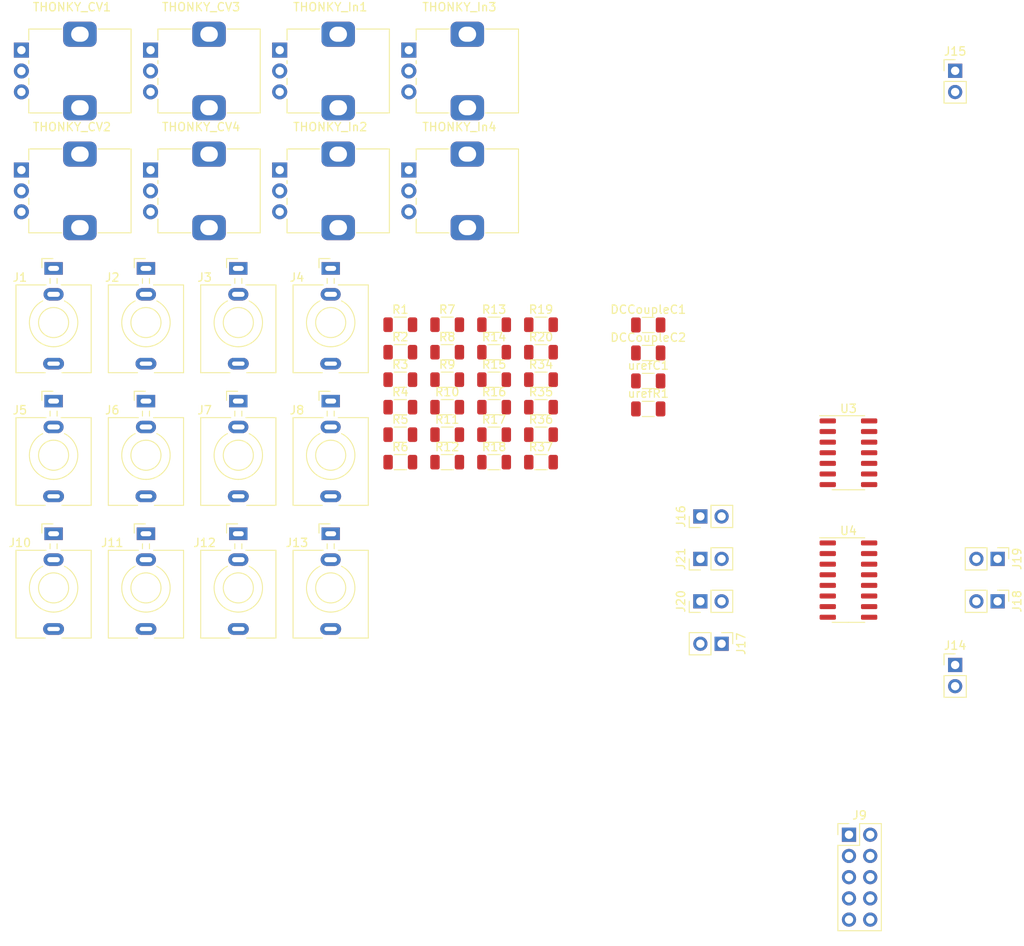
<source format=kicad_pcb>
(kicad_pcb (version 20221018) (generator pcbnew)
  (layers (0 "F.Cu" signal) (31 "B.Cu" signal) (34 "B.Paste" user) (35 "F.Paste" user) (36 "B.SilkS" user "B.Silkscreen") (37 "F.SilkS" user "F.Silkscreen") (38 "B.Mask" user) (39 "F.Mask" user) (44 "Edge.Cuts" user))
  (net 0 "")
  (net 1 "Net-(J18-Pin_2)")
  (net 2 "GND")
  (net 3 "Net-(J19-Pin_2)")
  (net 4 "Net-(J21-Pin_2)")
  (net 5 "Net-(J20-Pin_2)")
  (net 6 "Net-(J5-PadR)")
  (net 7 "Net-(J6-PadR)")
  (net 8 "Net-(J7-PadR)")
  (net 9 "Net-(J8-PadR)")
  (net 10 "Net-(J14-Pin_2)")
  (net 11 "Net-(J12-PadR)")
  (net 12 "Net-(J13-PadR)")
  (net 13 "Net-(U3B-+)")
  (net 14 "Net-(U3A-+)")
  (net 15 "Net-(U3D-+)")
  (net 16 "Net-(U3C-+)")
  (net 17 "Net-(U3C--)")
  (net 18 "Net-(U3D--)")
  (net 19 "Net-(U3B--)")
  (net 20 "Net-(U3A--)")
  (net 21 "Net-(R18-Pad1)")
  (net 22 "Net-(J18-Pin_1)")
  (net 23 "Net-(R17-Pad1)")
  (net 24 "Net-(J19-Pin_1)")
  (net 25 "Net-(R20-Pad1)")
  (net 26 "Net-(J21-Pin_1)")
  (net 27 "Net-(R19-Pad1)")
  (net 28 "Net-(J20-Pin_1)")
  (net 29 "Net-(R14-Pad1)")
  (net 30 "Net-(J14-Pin_1)")
  (net 31 "Net-(R13-Pad2)")
  (net 32 "Net-(R15-Pad1)")
  (net 33 "Net-(J15-Pin_1)")
  (net 34 "Net-(R16-Pad2)")
  (net 35 "Net-(R9-Pad1)")
  (net 36 "Net-(J16-Pin_1)")
  (net 37 "Net-(R8-Pad2)")
  (net 38 "Net-(R12-Pad1)")
  (net 39 "Net-(J17-Pin_2)")
  (net 40 "Net-(R11-Pad2)")
  (net 41 "+12V")
  (net 42 "-12V")
  (net 43 "Net-(J16-Pin_2)")
  (net 44 "Net-(J17-Pin_1)")
  (net 45 "Net-(U4-O5)")
  (net 46 "Net-(U4-O0)")
  (net 47 "Net-(U4-A0)")
  (net 48 "Net-(urefC1-Pad2)")
  (net 49 "Net-(J15-Pin_2)")
  (footprint "AudioJacks:Jack_3.5mm_QingPu_WQP-PJ398SM_Vertical" (layer "F.Cu") (at 57.308 72.554)
    (fp_text reference "J5" (at -4.03 1.08 180) (layer "F.SilkS"))
    (fp_text value "Out3")
    (pad "S" thru_hole rect (at 0 0 180) (size 2.2 1.5) (drill oval 1.3 0.6) (layers "*.Cu" "*.Mask") (net 2 "GND"))
    (pad "T" thru_hole oval (at 0 11.4 180) (size 2.5 1.4) (drill oval 1.5 0.5) (layers "*.Cu" "*.Mask") (net 6 "Net-(J5-PadR)"))
    (pad "TN" thru_hole oval (at 0 3.1 180) (size 2.4 1.5) (drill oval 1.5 0.6) (layers "*.Cu" "*.Mask"))
  )
  (footprint "Connector_PinHeader_2.54mm:PinHeader_1x02_P2.54mm_Vertical" (layer "F.Cu") (at 134.685 96.52 90)
    (fp_text reference "J20" (at 0 -2.33 90) (layer "F.SilkS"))
    (fp_text value "Conn_01x02")
    (pad "1" thru_hole rect (at 0 0 90) (size 1.7 1.7) (drill 1) (layers "*.Cu" "*.Mask") (net 28 "Net-(J20-Pin_1)"))
    (pad "2" thru_hole oval (at 0 2.54 90) (size 1.7 1.7) (drill 1) (layers "*.Cu" "*.Mask") (net 5 "Net-(J20-Pin_2)"))
  )
  (footprint "Connector_PinHeader_2.54mm:PinHeader_2x05_P2.54mm_Vertical" (layer "F.Cu") (at 152.465 124.46)
    (fp_text reference "J9" (at 1.27 -2.33) (layer "F.SilkS"))
    (fp_text value "Conn_02x05_Counter_Clockwise")
    (pad "1" thru_hole rect (at 0 0) (size 1.7 1.7) (drill 1) (layers "*.Cu" "*.Mask") (net 41 "+12V"))
    (pad "2" thru_hole oval (at 2.54 0) (size 1.7 1.7) (drill 1) (layers "*.Cu" "*.Mask") (net 2 "GND"))
    (pad "3" thru_hole oval (at 0 2.54) (size 1.7 1.7) (drill 1) (layers "*.Cu" "*.Mask") (net 2 "GND"))
    (pad "4" thru_hole oval (at 2.54 2.54) (size 1.7 1.7) (drill 1) (layers "*.Cu" "*.Mask") (net 2 "GND"))
    (pad "5" thru_hole oval (at 0 5.08) (size 1.7 1.7) (drill 1) (layers "*.Cu" "*.Mask") (net 42 "-12V"))
    (pad "6" thru_hole oval (at 2.54 5.08) (size 1.7 1.7) (drill 1) (layers "*.Cu" "*.Mask") (net 42 "-12V"))
    (pad "7" thru_hole oval (at 0 7.62) (size 1.7 1.7) (drill 1) (layers "*.Cu" "*.Mask") (net 2 "GND"))
    (pad "8" thru_hole oval (at 2.54 7.62) (size 1.7 1.7) (drill 1) (layers "*.Cu" "*.Mask") (net 2 "GND"))
    (pad "9" thru_hole oval (at 0 10.16) (size 1.7 1.7) (drill 1) (layers "*.Cu" "*.Mask") (net 2 "GND"))
    (pad "10" thru_hole oval (at 2.54 10.16) (size 1.7 1.7) (drill 1) (layers "*.Cu" "*.Mask") (net 41 "+12V"))
  )
  (footprint "Connector_PinHeader_2.54mm:PinHeader_1x02_P2.54mm_Vertical" (layer "F.Cu") (at 170.245 91.44 -90)
    (fp_text reference "J19" (at 0 -2.33 90) (layer "F.SilkS"))
    (fp_text value "Conn_01x02")
    (pad "1" thru_hole rect (at 0 0 270) (size 1.7 1.7) (drill 1) (layers "*.Cu" "*.Mask") (net 24 "Net-(J19-Pin_1)"))
    (pad "2" thru_hole oval (at 0 2.54 270) (size 1.7 1.7) (drill 1) (layers "*.Cu" "*.Mask") (net 3 "Net-(J19-Pin_2)"))
  )
  (footprint "Capacitor_SMD:C_1206_3216Metric" (layer "F.Cu") (at 128.448 70.144)
    (fp_text reference "urefC1" (at 0 -1.85) (layer "F.SilkS"))
    (fp_text value "5nF")
    (pad "1" smd roundrect (at -1.475 0) (size 1.15 1.8) (layers "F.Cu" "F.Paste" "F.Mask") (roundrect_rratio 0.217391) (net 2 "GND"))
    (pad "2" smd roundrect (at 1.475 0) (size 1.15 1.8) (layers "F.Cu" "F.Paste" "F.Mask") (roundrect_rratio 0.217391) (net 48 "Net-(urefC1-Pad2)"))
  )
  (footprint "Capacitor_SMD:C_1206_3216Metric" (layer "F.Cu") (at 128.448 73.494)
    (fp_text reference "urefR1" (at 0 -1.85) (layer "F.SilkS"))
    (fp_text value "100")
    (pad "1" smd roundrect (at -1.475 0) (size 1.15 1.8) (layers "F.Cu" "F.Paste" "F.Mask") (roundrect_rratio 0.217391) (net 48 "Net-(urefC1-Pad2)"))
    (pad "2" smd roundrect (at 1.475 0) (size 1.15 1.8) (layers "F.Cu" "F.Paste" "F.Mask") (roundrect_rratio 0.217391) (net 47 "Net-(U4-A0)"))
  )
  (footprint "Connector_PinHeader_2.54mm:PinHeader_1x02_P2.54mm_Vertical" (layer "F.Cu") (at 165.165 104.14)
    (fp_text reference "J14" (at 0 -2.33) (layer "F.SilkS"))
    (fp_text value "Conn_01x02")
    (pad "1" thru_hole rect (at 0 0) (size 1.7 1.7) (drill 1) (layers "*.Cu" "*.Mask") (net 30 "Net-(J14-Pin_1)"))
    (pad "2" thru_hole oval (at 0 2.54) (size 1.7 1.7) (drill 1) (layers "*.Cu" "*.Mask") (net 10 "Net-(J14-Pin_2)"))
  )
  (footprint "Capacitor_SMD:C_1206_3216Metric" (layer "F.Cu") (at 128.448 66.794)
    (fp_text reference "DCCoupleC2" (at 0 -1.85) (layer "F.SilkS"))
    (fp_text value "0.1uF")
    (pad "1" smd roundrect (at -1.475 0) (size 1.15 1.8) (layers "F.Cu" "F.Paste" "F.Mask") (roundrect_rratio 0.217391) (net 42 "-12V"))
    (pad "2" smd roundrect (at 1.475 0) (size 1.15 1.8) (layers "F.Cu" "F.Paste" "F.Mask") (roundrect_rratio 0.217391) (net 2 "GND"))
  )
  (footprint "Resistor_SMD:R_1206_3216Metric" (layer "F.Cu") (at 98.788 79.864)
    (fp_text reference "R6" (at 0 -1.82) (layer "F.SilkS"))
    (fp_text value "47k")
    (pad "1" smd roundrect (at -1.4625 0) (size 1.125 1.75) (layers "F.Cu" "F.Paste" "F.Mask") (roundrect_rratio 0.222222) (net 45 "Net-(U4-O5)"))
    (pad "2" smd roundrect (at 1.4625 0) (size 1.125 1.75) (layers "F.Cu" "F.Paste" "F.Mask") (roundrect_rratio 0.222222) (net 10 "Net-(J14-Pin_2)"))
  )
  (footprint "Resistor_SMD:R_1206_3216Metric" (layer "F.Cu") (at 104.398 63.414)
    (fp_text reference "R7" (at 0 -1.82) (layer "F.SilkS"))
    (fp_text value "47k")
    (pad "1" smd roundrect (at -1.4625 0) (size 1.125 1.75) (layers "F.Cu" "F.Paste" "F.Mask") (roundrect_rratio 0.222222) (net 46 "Net-(U4-O0)"))
    (pad "2" smd roundrect (at 1.4625 0) (size 1.125 1.75) (layers "F.Cu" "F.Paste" "F.Mask") (roundrect_rratio 0.222222) (net 49 "Net-(J15-Pin_2)"))
  )
  (footprint "Resistor_SMD:R_1206_3216Metric" (layer "F.Cu") (at 98.788 63.414)
    (fp_text reference "R1" (at 0 -1.82) (layer "F.SilkS"))
    (fp_text value "47k")
    (pad "1" smd roundrect (at -1.4625 0) (size 1.125 1.75) (layers "F.Cu" "F.Paste" "F.Mask") (roundrect_rratio 0.222222) (net 2 "GND"))
    (pad "2" smd roundrect (at 1.4625 0) (size 1.125 1.75) (layers "F.Cu" "F.Paste" "F.Mask") (roundrect_rratio 0.222222) (net 13 "Net-(U3B-+)"))
  )
  (footprint "AudioJacks:Jack_3.5mm_QingPu_WQP-PJ398SM_Vertical" (layer "F.Cu") (at 90.458 56.674)
    (fp_text reference "J4" (at -4.03 1.08 180) (layer "F.SilkS"))
    (fp_text value "Nigo Chanel Log 4")
    (pad "S" thru_hole rect (at 0 0 180) (size 2.2 1.5) (drill oval 1.3 0.6) (layers "*.Cu" "*.Mask") (net 2 "GND"))
    (pad "T" thru_hole oval (at 0 11.4 180) (size 2.5 1.4) (drill oval 1.5 0.5) (layers "*.Cu" "*.Mask") (net 5 "Net-(J20-Pin_2)"))
    (pad "TN" thru_hole oval (at 0 3.1 180) (size 2.4 1.5) (drill oval 1.5 0.6) (layers "*.Cu" "*.Mask"))
  )
  (footprint "AudioJacks:Jack_3.5mm_QingPu_WQP-PJ398SM_Vertical" (layer "F.Cu") (at 68.358 56.674)
    (fp_text reference "J2" (at -4.03 1.08 180) (layer "F.SilkS"))
    (fp_text value "Niggo Chanel Log 2")
    (pad "S" thru_hole rect (at 0 0 180) (size 2.2 1.5) (drill oval 1.3 0.6) (layers "*.Cu" "*.Mask") (net 2 "GND"))
    (pad "T" thru_hole oval (at 0 11.4 180) (size 2.5 1.4) (drill oval 1.5 0.5) (layers "*.Cu" "*.Mask") (net 3 "Net-(J19-Pin_2)"))
    (pad "TN" thru_hole oval (at 0 3.1 180) (size 2.4 1.5) (drill oval 1.5 0.6) (layers "*.Cu" "*.Mask"))
  )
  (footprint "Potentiometer_THT:Potentiometer_Alps_RK09K_Single_Vertical" (layer "F.Cu") (at 53.458 44.894)
    (fp_text reference "THONKY_CV2" (at 6.05 -5.15) (layer "F.SilkS"))
    (fp_text value "100k Pot")
    (pad "1" thru_hole rect (at 0 0) (size 1.8 1.8) (drill 1) (layers "*.Cu" "*.Mask") (net 23 "Net-(R17-Pad1)"))
    (pad "2" thru_hole circle (at 0 2.5) (size 1.8 1.8) (drill 1) (layers "*.Cu" "*.Mask") (net 24 "Net-(J19-Pin_1)"))
    (pad "3" thru_hole circle (at 0 5) (size 1.8 1.8) (drill 1) (layers "*.Cu" "*.Mask") (net 2 "GND"))
    (pad "MP" thru_hole roundrect (at 7 -1.9) (size 4 3) (drill oval 2.1 1.8) (layers "*.Cu" "*.Mask"))
    (pad "MP" thru_hole roundrect (at 7 6.9) (size 4 3) (drill oval 2.1 1.8) (layers "*.Cu" "*.Mask"))
  )
  (footprint "Resistor_SMD:R_1206_3216Metric" (layer "F.Cu") (at 115.618 79.864)
    (fp_text reference "R37" (at 0 -1.82) (layer "F.SilkS"))
    (fp_text value "1k")
    (pad "1" smd roundrect (at -1.4625 0) (size 1.125 1.75) (layers "F.Cu" "F.Paste" "F.Mask") (roundrect_rratio 0.222222) (net 20 "Net-(U3A--)"))
    (pad "2" smd roundrect (at 1.4625 0) (size 1.125 1.75) (layers "F.Cu" "F.Paste" "F.Mask") (roundrect_rratio 0.222222) (net 9 "Net-(J8-PadR)"))
  )
  (footprint "Resistor_SMD:R_1206_3216Metric" (layer "F.Cu") (at 104.398 69.994)
    (fp_text reference "R9" (at 0 -1.82) (layer "F.SilkS"))
    (fp_text value "47k")
    (pad "1" smd roundrect (at -1.4625 0) (size 1.125 1.75) (layers "F.Cu" "F.Paste" "F.Mask") (roundrect_rratio 0.222222) (net 35 "Net-(R9-Pad1)"))
    (pad "2" smd roundrect (at 1.4625 0) (size 1.125 1.75) (layers "F.Cu" "F.Paste" "F.Mask") (roundrect_rratio 0.222222) (net 42 "-12V"))
  )
  (footprint "Package_SO:SOIC-14_3.9x8.7mm_P1.27mm" (layer "F.Cu") (at 152.4 78.74)
    (fp_text reference "U3" (at 0 -5.28) (layer "F.SilkS"))
    (fp_text value "LM324")
    (pad "1" smd roundrect (at -2.475 -3.81) (size 1.95 0.6) (layers "F.Cu" "F.Paste" "F.Mask") (net 20 "Net-(U3A--)"))
    (pad "2" smd roundrect (at -2.475 -2.54) (size 1.95 0.6) (layers "F.Cu" "F.Paste" "F.Mask") (net 20 "Net-(U3A--)"))
    (pad "3" smd roundrect (at -2.475 -1.27) (size 1.95 0.6) (layers "F.Cu" "F.Paste" "F.Mask") (net 14 "Net-(U3A-+)"))
    (pad "4" smd roundrect (at -2.475 0) (size 1.95 0.6) (layers "F.Cu" "F.Paste" "F.Mask") (net 41 "+12V"))
    (pad "5" smd roundrect (at -2.475 1.27) (size 1.95 0.6) (layers "F.Cu" "F.Paste" "F.Mask") (net 13 "Net-(U3B-+)"))
    (pad "6" smd roundrect (at -2.475 2.54) (size 1.95 0.6) (layers "F.Cu" "F.Paste" "F.Mask") (net 19 "Net-(U3B--)"))
    (pad "7" smd roundrect (at -2.475 3.81) (size 1.95 0.6) (layers "F.Cu" "F.Paste" "F.Mask") (net 19 "Net-(U3B--)"))
    (pad "8" smd roundrect (at 2.475 3.81) (size 1.95 0.6) (layers "F.Cu" "F.Paste" "F.Mask") (net 17 "Net-(U3C--)"))
    (pad "9" smd roundrect (at 2.475 2.54) (size 1.95 0.6) (layers "F.Cu" "F.Paste" "F.Mask") (net 17 "Net-(U3C--)"))
    (pad "10" smd roundrect (at 2.475 1.27) (size 1.95 0.6) (layers "F.Cu" "F.Paste" "F.Mask") (net 16 "Net-(U3C-+)"))
    (pad "11" smd roundrect (at 2.475 0) (size 1.95 0.6) (layers "F.Cu" "F.Paste" "F.Mask") (net 42 "-12V"))
    (pad "12" smd roundrect (at 2.475 -1.27) (size 1.95 0.6) (layers "F.Cu" "F.Paste" "F.Mask") (net 15 "Net-(U3D-+)"))
    (pad "13" smd roundrect (at 2.475 -2.54) (size 1.95 0.6) (layers "F.Cu" "F.Paste" "F.Mask") (net 18 "Net-(U3D--)"))
    (pad "14" smd roundrect (at 2.475 -3.81) (size 1.95 0.6) (layers "F.Cu" "F.Paste" "F.Mask") (net 18 "Net-(U3D--)"))
  )
  (footprint "Capacitor_SMD:C_1206_3216Metric" (layer "F.Cu") (at 128.448 63.444)
    (fp_text reference "DCCoupleC1" (at 0 -1.85) (layer "F.SilkS"))
    (fp_text value "0.1uF")
    (pad "1" smd roundrect (at -1.475 0) (size 1.15 1.8) (layers "F.Cu" "F.Paste" "F.Mask") (roundrect_rratio 0.217391) (net 2 "GND"))
    (pad "2" smd roundrect (at 1.475 0) (size 1.15 1.8) (layers "F.Cu" "F.Paste" "F.Mask") (roundrect_rratio 0.217391) (net 41 "+12V"))
  )
  (footprint "Resistor_SMD:R_1206_3216Metric" (layer "F.Cu") (at 104.398 79.864)
    (fp_text reference "R12" (at 0 -1.82) (layer "F.SilkS"))
    (fp_text value "47k")
    (pad "1" smd roundrect (at -1.4625 0) (size 1.125 1.75) (layers "F.Cu" "F.Paste" "F.Mask") (roundrect_rratio 0.222222) (net 38 "Net-(R12-Pad1)"))
    (pad "2" smd roundrect (at 1.4625 0) (size 1.125 1.75) (layers "F.Cu" "F.Paste" "F.Mask") (roundrect_rratio 0.222222) (net 42 "-12V"))
  )
  (footprint "Potentiometer_THT:Potentiometer_Alps_RK09K_Single_Vertical" (layer "F.Cu") (at 68.908 44.894)
    (fp_text reference "THONKY_CV4" (at 6.05 -5.15) (layer "F.SilkS"))
    (fp_text value "100k Pot")
    (pad "1" thru_hole rect (at 0 0) (size 1.8 1.8) (drill 1) (layers "*.Cu" "*.Mask") (net 27 "Net-(R19-Pad1)"))
    (pad "2" thru_hole circle (at 0 2.5) (size 1.8 1.8) (drill 1) (layers "*.Cu" "*.Mask") (net 28 "Net-(J20-Pin_1)"))
    (pad "3" thru_hole circle (at 0 5) (size 1.8 1.8) (drill 1) (layers "*.Cu" "*.Mask") (net 2 "GND"))
    (pad "MP" thru_hole roundrect (at 7 -1.9) (size 4 3) (drill oval 2.1 1.8) (layers "*.Cu" "*.Mask"))
    (pad "MP" thru_hole roundrect (at 7 6.9) (size 4 3) (drill oval 2.1 1.8) (layers "*.Cu" "*.Mask"))
  )
  (footprint "AudioJacks:Jack_3.5mm_QingPu_WQP-PJ398SM_Vertical" (layer "F.Cu") (at 79.408 56.674)
    (fp_text reference "J3" (at -4.03 1.08 180) (layer "F.SilkS"))
    (fp_text value "Channel Log 3")
    (pad "S" thru_hole rect (at 0 0 180) (size 2.2 1.5) (drill oval 1.3 0.6) (layers "*.Cu" "*.Mask") (net 2 "GND"))
    (pad "T" thru_hole oval (at 0 11.4 180) (size 2.5 1.4) (drill oval 1.5 0.5) (layers "*.Cu" "*.Mask") (net 4 "Net-(J21-Pin_2)"))
    (pad "TN" thru_hole oval (at 0 3.1 180) (size 2.4 1.5) (drill oval 1.5 0.6) (layers "*.Cu" "*.Mask"))
  )
  (footprint "Connector_PinHeader_2.54mm:PinHeader_1x02_P2.54mm_Vertical" (layer "F.Cu") (at 170.245 96.52 -90)
    (fp_text reference "J18" (at 0 -2.33 90) (layer "F.SilkS"))
    (fp_text value "Conn_01x02")
    (pad "1" thru_hole rect (at 0 0 270) (size 1.7 1.7) (drill 1) (layers "*.Cu" "*.Mask") (net 22 "Net-(J18-Pin_1)"))
    (pad "2" thru_hole oval (at 0 2.54 270) (size 1.7 1.7) (drill 1) (layers "*.Cu" "*.Mask") (net 1 "Net-(J18-Pin_2)"))
  )
  (footprint "Potentiometer_THT:Potentiometer_Alps_RK09K_Single_Vertical" (layer "F.Cu") (at 53.458 30.544)
    (fp_text reference "THONKY_CV1" (at 6.05 -5.15) (layer "F.SilkS"))
    (fp_text value "100k Pot")
    (pad "1" thru_hole rect (at 0 0) (size 1.8 1.8) (drill 1) (layers "*.Cu" "*.Mask") (net 21 "Net-(R18-Pad1)"))
    (pad "2" thru_hole circle (at 0 2.5) (size 1.8 1.8) (drill 1) (layers "*.Cu" "*.Mask") (net 22 "Net-(J18-Pin_1)"))
    (pad "3" thru_hole circle (at 0 5) (size 1.8 1.8) (drill 1) (layers "*.Cu" "*.Mask") (net 2 "GND"))
    (pad "MP" thru_hole roundrect (at 7 -1.9) (size 4 3) (drill oval 2.1 1.8) (layers "*.Cu" "*.Mask"))
    (pad "MP" thru_hole roundrect (at 7 6.9) (size 4 3) (drill oval 2.1 1.8) (layers "*.Cu" "*.Mask"))
  )
  (footprint "Resistor_SMD:R_1206_3216Metric" (layer "F.Cu") (at 115.618 66.704)
    (fp_text reference "R20" (at 0 -1.82) (layer "F.SilkS"))
    (fp_text value "500k")
    (pad "1" smd roundrect (at -1.4625 0) (size 1.125 1.75) (layers "F.Cu" "F.Paste" "F.Mask") (roundrect_rratio 0.222222) (net 25 "Net-(R20-Pad1)"))
    (pad "2" smd roundrect (at 1.4625 0) (size 1.125 1.75) (layers "F.Cu" "F.Paste" "F.Mask") (roundrect_rratio 0.222222) (net 41 "+12V"))
  )
  (footprint "Resistor_SMD:R_1206_3216Metric" (layer "F.Cu") (at 104.398 76.574)
    (fp_text reference "R11" (at 0 -1.82) (layer "F.SilkS"))
    (fp_text value "47k")
    (pad "1" smd roundrect (at -1.4625 0) (size 1.125 1.75) (layers "F.Cu" "F.Paste" "F.Mask") (roundrect_rratio 0.222222) (net 41 "+12V"))
    (pad "2" smd roundrect (at 1.4625 0) (size 1.125 1.75) (layers "F.Cu" "F.Paste" "F.Mask") (roundrect_rratio 0.222222) (net 40 "Net-(R11-Pad2)"))
  )
  (footprint "Resistor_SMD:R_1206_3216Metric" (layer "F.Cu") (at 98.788 69.994)
    (fp_text reference "R3" (at 0 -1.82) (layer "F.SilkS"))
    (fp_text value "47k")
    (pad "1" smd roundrect (at -1.4625 0) (size 1.125 1.75) (layers "F.Cu" "F.Paste" "F.Mask") (roundrect_rratio 0.222222) (net 2 "GND"))
    (pad "2" smd roundrect (at 1.4625 0) (size 1.125 1.75) (layers "F.Cu" "F.Paste" "F.Mask") (roundrect_rratio 0.222222) (net 15 "Net-(U3D-+)"))
  )
  (footprint "Resistor_SMD:R_1206_3216Metric" (layer "F.Cu") (at 110.008 79.864)
    (fp_text reference "R18" (at 0 -1.82) (layer "F.SilkS"))
    (fp_text value "500k")
    (pad "1" smd roundrect (at -1.4625 0) (size 1.125 1.75) (layers "F.Cu" "F.Paste" "F.Mask") (roundrect_rratio 0.222222) (net 21 "Net-(R18-Pad1)"))
    (pad "2" smd roundrect (at 1.4625 0) (size 1.125 1.75) (layers "F.Cu" "F.Paste" "F.Mask") (roundrect_rratio 0.222222) (net 41 "+12V"))
  )
  (footprint "AudioJacks:Jack_3.5mm_QingPu_WQP-PJ398SM_Vertical" (layer "F.Cu") (at 90.458 72.554)
    (fp_text reference "J8" (at -4.03 1.08 180) (layer "F.SilkS"))
    (fp_text value "Out4")
    (pad "S" thru_hole rect (at 0 0 180) (size 2.2 1.5) (drill oval 1.3 0.6) (layers "*.Cu" "*.Mask") (net 2 "GND"))
    (pad "T" thru_hole oval (at 0 11.4 180) (size 2.5 1.4) (drill oval 1.5 0.5) (layers "*.Cu" "*.Mask") (net 9 "Net-(J8-PadR)"))
    (pad "TN" thru_hole oval (at 0 3.1 180) (size 2.4 1.5) (drill oval 1.5 0.6) (layers "*.Cu" "*.Mask"))
  )
  (footprint "Connector_PinHeader_2.54mm:PinHeader_1x02_P2.54mm_Vertical" (layer "F.Cu") (at 134.685 86.36 90)
    (fp_text reference "J16" (at 0 -2.33 90) (layer "F.SilkS"))
    (fp_text value "Conn_01x02")
    (pad "1" thru_hole rect (at 0 0 90) (size 1.7 1.7) (drill 1) (layers "*.Cu" "*.Mask") (net 36 "Net-(J16-Pin_1)"))
    (pad "2" thru_hole oval (at 0 2.54 90) (size 1.7 1.7) (drill 1) (layers "*.Cu" "*.Mask") (net 43 "Net-(J16-Pin_2)"))
  )
  (footprint "AudioJacks:Jack_3.5mm_QingPu_WQP-PJ398SM_Vertical" (layer "F.Cu") (at 68.358 88.434)
    (fp_text reference "J11" (at -4.03 1.08 180) (layer "F.SilkS"))
    (fp_text value "In2")
    (pad "S" thru_hole rect (at 0 0 180) (size 2.2 1.5) (drill oval 1.3 0.6) (layers "*.Cu" "*.Mask") (net 2 "GND"))
    (pad "T" thru_hole oval (at 0 11.4 180) (size 2.5 1.4) (drill oval 1.5 0.5) (layers "*.Cu" "*.Mask") (net 49 "Net-(J15-Pin_2)"))
    (pad "TN" thru_hole oval (at 0 3.1 180) (size 2.4 1.5) (drill oval 1.5 0.6) (layers "*.Cu" "*.Mask"))
  )
  (footprint "Potentiometer_THT:Potentiometer_Alps_RK09K_Single_Vertical" (layer "F.Cu") (at 84.358 30.544)
    (fp_text reference "THONKY_In1" (at 6.05 -5.15) (layer "F.SilkS"))
    (fp_text value "100k Pot")
    (pad "1" thru_hole rect (at 0 0) (size 1.8 1.8) (drill 1) (layers "*.Cu" "*.Mask") (net 29 "Net-(R14-Pad1)"))
    (pad "2" thru_hole circle (at 0 2.5) (size 1.8 1.8) (drill 1) (layers "*.Cu" "*.Mask") (net 30 "Net-(J14-Pin_1)"))
    (pad "3" thru_hole circle (at 0 5) (size 1.8 1.8) (drill 1) (layers "*.Cu" "*.Mask") (net 31 "Net-(R13-Pad2)"))
    (pad "MP" thru_hole roundrect (at 7 -1.9) (size 4 3) (drill oval 2.1 1.8) (layers "*.Cu" "*.Mask"))
    (pad "MP" thru_hole roundrect (at 7 6.9) (size 4 3) (drill oval 2.1 1.8) (layers "*.Cu" "*.Mask"))
  )
  (footprint "Resistor_SMD:R_1206_3216Metric" (layer "F.Cu") (at 110.008 63.414)
    (fp_text reference "R13" (at 0 -1.82) (layer "F.SilkS"))
    (fp_text value "47k")
    (pad "1" smd roundrect (at -1.4625 0) (size 1.125 1.75) (layers "F.Cu" "F.Paste" "F.Mask") (roundrect_rratio 0.222222) (net 41 "+12V"))
    (pad "2" smd roundrect (at 1.4625 0) (size 1.125 1.75) (layers "F.Cu" "F.Paste" "F.Mask") (roundrect_rratio 0.222222) (net 31 "Net-(R13-Pad2)"))
  )
  (footprint "Connector_PinHeader_2.54mm:PinHeader_1x02_P2.54mm_Vertical" (layer "F.Cu") (at 134.685 91.44 90)
    (fp_text reference "J21" (at 0 -2.33 90) (layer "F.SilkS"))
    (fp_text value "Conn_01x02")
    (pad "1" thru_hole rect (at 0 0 90) (size 1.7 1.7) (drill 1) (layers "*.Cu" "*.Mask") (net 26 "Net-(J21-Pin_1)"))
    (pad "2" thru_hole oval (at 0 2.54 90) (size 1.7 1.7) (drill 1) (layers "*.Cu" "*.Mask") (net 4 "Net-(J21-Pin_2)"))
  )
  (footprint "Potentiometer_THT:Potentiometer_Alps_RK09K_Single_Vertical" (layer "F.Cu") (at 99.808 30.544)
    (fp_text reference "THONKY_In3" (at 6.05 -5.15) (layer "F.SilkS"))
    (fp_text value "100k Pot")
    (pad "1" thru_hole rect (at 0 0) (size 1.8 1.8) (drill 1) (layers "*.Cu" "*.Mask") (net 35 "Net-(R9-Pad1)"))
    (pad "2" thru_hole circle (at 0 2.5) (size 1.8 1.8) (drill 1) (layers "*.Cu" "*.Mask") (net 36 "Net-(J16-Pin_1)"))
    (pad "3" thru_hole circle (at 0 5) (size 1.8 1.8) (drill 1) (layers "*.Cu" "*.Mask") (net 37 "Net-(R8-Pad2)"))
    (pad "MP" thru_hole roundrect (at 7 -1.9) (size 4 3) (drill oval 2.1 1.8) (layers "*.Cu" "*.Mask"))
    (pad "MP" thru_hole roundrect (at 7 6.9) (size 4 3) (drill oval 2.1 1.8) (layers "*.Cu" "*.Mask"))
  )
  (footprint "AudioJacks:Jack_3.5mm_QingPu_WQP-PJ398SM_Vertical" (layer "F.Cu") (at 90.458 88.434)
    (fp_text reference "J13" (at -4.03 1.08 180) (layer "F.SilkS"))
    (fp_text value "In4")
    (pad "S" thru_hole rect (at 0 0 180) (size 2.2 1.5) (drill oval 1.3 0.6) (layers "*.Cu" "*.Mask") (net 2 "GND"))
    (pad "T" thru_hole oval (at 0 11.4 180) (size 2.5 1.4) (drill oval 1.5 0.5) (layers "*.Cu" "*.Mask") (net 12 "Net-(J13-PadR)"))
    (pad "TN" thru_hole oval (at 0 3.1 180) (size 2.4 1.5) (drill oval 1.5 0.6) (layers "*.Cu" "*.Mask"))
  )
  (footprint "Resistor_SMD:R_1206_3216Metric" (layer "F.Cu") (at 115.618 76.574)
    (fp_text reference "R36" (at 0 -1.82) (layer "F.SilkS"))
    (fp_text value "1k")
    (pad "1" smd roundrect (at -1.4625 0) (size 1.125 1.75) (layers "F.Cu" "F.Paste" "F.Mask") (roundrect_rratio 0.222222) (net 19 "Net-(U3B--)"))
    (pad "2" smd roundrect (at 1.4625 0) (size 1.125 1.75) (layers "F.Cu" "F.Paste" "F.Mask") (roundrect_rratio 0.222222) (net 6 "Net-(J5-PadR)"))
  )
  (footprint "Resistor_SMD:R_1206_3216Metric" (layer "F.Cu") (at 110.008 76.574)
    (fp_text reference "R17" (at 0 -1.82) (layer "F.SilkS"))
    (fp_text value "500k")
    (pad "1" smd roundrect (at -1.4625 0) (size 1.125 1.75) (layers "F.Cu" "F.Paste" "F.Mask") (roundrect_rratio 0.222222) (net 23 "Net-(R17-Pad1)"))
    (pad "2" smd roundrect (at 1.4625 0) (size 1.125 1.75) (layers "F.Cu" "F.Paste" "F.Mask") (roundrect_rratio 0.222222) (net 41 "+12V"))
  )
  (footprint "Potentiometer_THT:Potentiometer_Alps_RK09K_Single_Vertical" (layer "F.Cu") (at 68.908 30.544)
    (fp_text reference "THONKY_CV3" (at 6.05 -5.15) (layer "F.SilkS"))
    (fp_text value "100k Pot")
    (pad "1" thru_hole rect (at 0 0) (size 1.8 1.8) (drill 1) (layers "*.Cu" "*.Mask") (net 25 "Net-(R20-Pad1)"))
    (pad "2" thru_hole circle (at 0 2.5) (size 1.8 1.8) (drill 1) (layers "*.Cu" "*.Mask") (net 26 "Net-(J21-Pin_1)"))
    (pad "3" thru_hole circle (at 0 5) (size 1.8 1.8) (drill 1) (layers "*.Cu" "*.Mask") (net 2 "GND"))
    (pad "MP" thru_hole roundrect (at 7 -1.9) (size 4 3) (drill oval 2.1 1.8) (layers "*.Cu" "*.Mask"))
    (pad "MP" thru_hole roundrect (at 7 6.9) (size 4 3) (drill oval 2.1 1.8) (layers "*.Cu" "*.Mask"))
  )
  (footprint "Resistor_SMD:R_1206_3216Metric" (layer "F.Cu") (at 115.618 69.994)
    (fp_text reference "R34" (at 0 -1.82) (layer "F.SilkS"))
    (fp_text value "1k")
    (pad "1" smd roundrect (at -1.4625 0) (size 1.125 1.75) (layers "F.Cu" "F.Paste" "F.Mask") (roundrect_rratio 0.222222) (net 17 "Net-(U3C--)"))
    (pad "2" smd roundrect (at 1.4625 0) (size 1.125 1.75) (layers "F.Cu" "F.Paste" "F.Mask") (roundrect_rratio 0.222222) (net 8 "Net-(J7-PadR)"))
  )
  (footprint "AudioJacks:Jack_3.5mm_QingPu_WQP-PJ398SM_Vertical" (layer "F.Cu") (at 79.408 88.434)
    (fp_text reference "J12" (at -4.03 1.08 180) (layer "F.SilkS"))
    (fp_text value "In3")
    (pad "S" thru_hole rect (at 0 0 180) (size 2.2 1.5) (drill oval 1.3 0.6) (layers "*.Cu" "*.Mask") (net 2 "GND"))
    (pad "T" thru_hole oval (at 0 11.4 180) (size 2.5 1.4) (drill oval 1.5 0.5) (layers "*.Cu" "*.Mask") (net 11 "Net-(J12-PadR)"))
    (pad "TN" thru_hole oval (at 0 3.1 180) (size 2.4 1.5) (drill oval 1.5 0.6) (layers "*.Cu" "*.Mask"))
  )
  (footprint "AudioJacks:Jack_3.5mm_QingPu_WQP-PJ398SM_Vertical" (layer "F.Cu") (at 68.358 72.554)
    (fp_text reference "J6" (at -4.03 1.08 180) (layer "F.SilkS"))
    (fp_text value "Out1")
    (pad "S" thru_hole rect (at 0 0 180) (size 2.2 1.5) (drill oval 1.3 0.6) (layers "*.Cu" "*.Mask") (net 2 "GND"))
    (pad "T" thru_hole oval (at 0 11.4 180) (size 2.5 1.4) (drill oval 1.5 0.5) (layers "*.Cu" "*.Mask") (net 7 "Net-(J6-PadR)"))
    (pad "TN" thru_hole oval (at 0 3.1 180) (size 2.4 1.5) (drill oval 1.5 0.6) (layers "*.Cu" "*.Mask"))
  )
  (footprint "Resistor_SMD:R_1206_3216Metric" (layer "F.Cu") (at 98.788 73.284)
    (fp_text reference "R4" (at 0 -1.82) (layer "F.SilkS"))
    (fp_text value "47k")
    (pad "1" smd roundrect (at -1.4625 0) (size 1.125 1.75) (layers "F.Cu" "F.Paste" "F.Mask") (roundrect_rratio 0.222222) (net 2 "GND"))
    (pad "2" smd roundrect (at 1.4625 0) (size 1.125 1.75) (layers "F.Cu" "F.Paste" "F.Mask") (roundrect_rratio 0.222222) (net 16 "Net-(U3C-+)"))
  )
  (footprint "Potentiometer_THT:Potentiometer_Alps_RK09K_Single_Vertical" (layer "F.Cu") (at 84.358 44.894)
    (fp_text reference "THONKY_In2" (at 6.05 -5.15) (layer "F.SilkS"))
    (fp_text value "100k Pot")
    (pad "1" thru_hole rect (at 0 0) (size 1.8 1.8) (drill 1) (layers "*.Cu" "*.Mask") (net 32 "Net-(R15-Pad1)"))
    (pad "2" thru_hole circle (at 0 2.5) (size 1.8 1.8) (drill 1) (layers "*.Cu" "*.Mask") (net 33 "Net-(J15-Pin_1)"))
    (pad "3" thru_hole circle (at 0 5) (size 1.8 1.8) (drill 1) (layers "*.Cu" "*.Mask") (net 34 "Net-(R16-Pad2)"))
    (pad "MP" thru_hole roundrect (at 7 -1.9) (size 4 3) (drill oval 2.1 1.8) (layers "*.Cu" "*.Mask"))
    (pad "MP" thru_hole roundrect (at 7 6.9) (size 4 3) (drill oval 2.1 1.8) (layers "*.Cu" "*.Mask"))
  )
  (footprint "Resistor_SMD:R_1206_3216Metric" (layer "F.Cu") (at 104.398 66.704)
    (fp_text reference "R8" (at 0 -1.82) (layer "F.SilkS"))
    (fp_text value "47k")
    (pad "1" smd roundrect (at -1.4625 0) (size 1.125 1.75) (layers "F.Cu" "F.Paste" "F.Mask") (roundrect_rratio 0.222222) (net 41 "+12V"))
    (pad "2" smd roundrect (at 1.4625 0) (size 1.125 1.75) (layers "F.Cu" "F.Paste" "F.Mask") (roundrect_rratio 0.222222) (net 37 "Net-(R8-Pad2)"))
  )
  (footprint "Connector_PinHeader_2.54mm:PinHeader_1x02_P2.54mm_Vertical" (layer "F.Cu") (at 165.165 33.02)
    (fp_text reference "J15" (at 0 -2.33) (layer "F.SilkS"))
    (fp_text value "Conn_01x02")
    (pad "1" thru_hole rect (at 0 0) (size 1.7 1.7) (drill 1) (layers "*.Cu" "*.Mask") (net 33 "Net-(J15-Pin_1)"))
    (pad "2" thru_hole oval (at 0 2.54) (size 1.7 1.7) (drill 1) (layers "*.Cu" "*.Mask") (net 49 "Net-(J15-Pin_2)"))
  )
  (footprint "Resistor_SMD:R_1206_3216Metric" (layer "F.Cu") (at 115.618 73.284)
    (fp_text reference "R35" (at 0 -1.82) (layer "F.SilkS"))
    (fp_text value "1k")
    (pad "1" smd roundrect (at -1.4625 0) (size 1.125 1.75) (layers "F.Cu" "F.Paste" "F.Mask") (roundrect_rratio 0.222222) (net 18 "Net-(U3D--)"))
    (pad "2" smd roundrect (at 1.4625 0) (size 1.125 1.75) (layers "F.Cu" "F.Paste" "F.Mask") (roundrect_rratio 0.222222) (net 7 "Net-(J6-PadR)"))
  )
  (footprint "Package_SO:SOIC-16_3.9x9.9mm_P1.27mm" (layer "F.Cu") (at 152.4 93.98)
    (fp_text reference "U4" (at 0 -5.9) (layer "F.SilkS"))
    (fp_text value "74LS138")
    (pad "1" smd roundrect (at -2.475 -4.445) (size 1.95 0.6) (layers "F.Cu" "F.Paste" "F.Mask") (net 47 "Net-(U4-A0)"))
    (pad "2" smd roundrect (at -2.475 -3.175) (size 1.95 0.6) (layers "F.Cu" "F.Paste" "F.Mask") (net 43 "Net-(J16-Pin_2)"))
    (pad "3" smd roundrect (at -2.475 -1.905) (size 1.95 0.6) (layers "F.Cu" "F.Paste" "F.Mask") (net 4 "Net-(J21-Pin_2)"))
    (pad "4" smd roundrect (at -2.475 -0.635) (size 1.95 0.6) (layers "F.Cu" "F.Paste" "F.Mask") (net 13 "Net-(U3B-+)"))
    (pad "5" smd roundrect (at -2.475 0.635) (size 1.95 0.6) (layers "F.Cu" "F.Paste" "F.Mask") (net 14 "Net-(U3A-+)"))
    (pad "6" smd roundrect (at -2.475 1.905) (size 1.95 0.6) (layers "F.Cu" "F.Paste" "F.Mask") (net 5 "Net-(J20-Pin_2)"))
    (pad "7" smd roundrect (at -2.475 3.175) (size 1.95 0.6) (layers "F.Cu" "F.Paste" "F.Mask") (net 44 "Net-(J17-Pin_1)"))
    (pad "8" smd roundrect (at -2.475 4.445) (size 1.95 0.6) (layers "F.Cu" "F.Paste" "F.Mask") (net 2 "GND"))
    (pad "9" smd roundrect (at 2.475 4.445) (size 1.95 0.6) (layers "F.Cu" "F.Paste" "F.Mask") (net 42 "-12V"))
    (pad "10" smd roundrect (at 2.475 3.175) (size 1.95 0.6) (layers "F.Cu" "F.Paste" "F.Mask") (net 45 "Net-(U4-O5)"))
    (pad "11" smd roundrect (at 2.475 1.905) (size 1.95 0.6) (layers "F.Cu" "F.Paste" "F.Mask") (net 1 "Net-(J18-Pin_2)"))
    (pad "12" smd roundrect (at 2.475 0.635) (size 1.95 0.6) (layers "F.Cu" "F.Paste" "F.Mask") (net 15 "Net-(U3D-+)"))
    (pad "13" smd roundrect (at 2.475 -0.635) (size 1.95 0.6) (layers "F.Cu" "F.Paste" "F.Mask") (net 16 "Net-(U3C-+)"))
    (pad "14" smd roundrect (at 2.475 -1.905) (size 1.95 0.6) (layers "F.Cu" "F.Paste" "F.Mask") (net 3 "Net-(J19-Pin_2)"))
    (pad "15" smd roundrect (at 2.475 -3.175) (size 1.95 0.6) (layers "F.Cu" "F.Paste" "F.Mask") (net 46 "Net-(U4-O0)"))
    (pad "16" smd roundrect (at 2.475 -4.445) (size 1.95 0.6) (layers "F.Cu" "F.Paste" "F.Mask") (net 41 "+12V"))
  )
  (footprint "Resistor_SMD:R_1206_3216Metric" (layer "F.Cu") (at 98.788 66.704)
    (fp_text reference "R2" (at 0 -1.82) (layer "F.SilkS"))
    (fp_text value "47k")
    (pad "1" smd roundrect (at -1.4625 0) (size 1.125 1.75) (layers "F.Cu" "F.Paste" "F.Mask") (roundrect_rratio 0.222222) (net 2 "GND"))
    (pad "2" smd roundrect (at 1.4625 0) (size 1.125 1.75) (layers "F.Cu" "F.Paste" "F.Mask") (roundrect_rratio 0.222222) (net 14 "Net-(U3A-+)"))
  )
  (footprint "Connector_PinHeader_2.54mm:PinHeader_1x02_P2.54mm_Vertical" (layer "F.Cu") (at 137.225 101.6 -90)
    (fp_text reference "J17" (at 0 -2.33 90) (layer "F.SilkS"))
    (fp_text value "Conn_01x02")
    (pad "1" thru_hole rect (at 0 0 270) (size 1.7 1.7) (drill 1) (layers "*.Cu" "*.Mask") (net 44 "Net-(J17-Pin_1)"))
    (pad "2" thru_hole oval (at 0 2.54 270) (size 1.7 1.7) (drill 1) (layers "*.Cu" "*.Mask") (net 39 "Net-(J17-Pin_2)"))
  )
  (footprint "Potentiometer_THT:Potentiometer_Alps_RK09K_Single_Vertical" (layer "F.Cu") (at 99.808 44.894)
    (fp_text reference "THONKY_In4" (at 6.05 -5.15) (layer "F.SilkS"))
    (fp_text value "100k Pot")
    (pad "1" thru_hole rect (at 0 0) (size 1.8 1.8) (drill 1) (layers "*.Cu" "*.Mask") (net 38 "Net-(R12-Pad1)"))
    (pad "2" thru_hole circle (at 0 2.5) (size 1.8 1.8) (drill 1) (layers "*.Cu" "*.Mask") (net 39 "Net-(J17-Pin_2)"))
    (pad "3" thru_hole circle (at 0 5) (size 1.8 1.8) (drill 1) (layers "*.Cu" "*.Mask") (net 40 "Net-(R11-Pad2)"))
    (pad "MP" thru_hole roundrect (at 7 -1.9) (size 4 3) (drill oval 2.1 1.8) (layers "*.Cu" "*.Mask"))
    (pad "MP" thru_hole roundrect (at 7 6.9) (size 4 3) (drill oval 2.1 1.8) (layers "*.Cu" "*.Mask"))
  )
  (footprint "Resistor_SMD:R_1206_3216Metric" (layer "F.Cu") (at 98.788 76.574)
    (fp_text reference "R5" (at 0 -1.82) (layer "F.SilkS"))
    (fp_text value "47k")
    (pad "1" smd roundrect (at -1.4625 0) (size 1.125 1.75) (layers "F.Cu" "F.Paste" "F.Mask") (roundrect_rratio 0.222222) (net 11 "Net-(J12-PadR)"))
    (pad "2" smd roundrect (at 1.4625 0) (size 1.125 1.75) (layers "F.Cu" "F.Paste" "F.Mask") (roundrect_rratio 0.222222) (net 43 "Net-(J16-Pin_2)"))
  )
  (footprint "AudioJacks:Jack_3.5mm_QingPu_WQP-PJ398SM_Vertical" (layer "F.Cu") (at 57.308 56.674)
    (fp_text reference "J1" (at -4.03 1.08 180) (layer "F.SilkS"))
    (fp_text value "Nigo Chanel Log")
    (pad "S" thru_hole rect (at 0 0 180) (size 2.2 1.5) (drill oval 1.3 0.6) (layers "*.Cu" "*.Mask") (net 2 "GND"))
    (pad "T" thru_hole oval (at 0 11.4 180) (size 2.5 1.4) (drill oval 1.5 0.5) (layers "*.Cu" "*.Mask") (net 1 "Net-(J18-Pin_2)"))
    (pad "TN" thru_hole oval (at 0 3.1 180) (size 2.4 1.5) (drill oval 1.5 0.6) (layers "*.Cu" "*.Mask"))
  )
  (footprint "AudioJacks:Jack_3.5mm_QingPu_WQP-PJ398SM_Vertical" (layer "F.Cu") (at 79.408 72.554)
    (fp_text reference "J7" (at -4.03 1.08 180) (layer "F.SilkS"))
    (fp_text value "Out2")
    (pad "S" thru_hole rect (at 0 0 180) (size 2.2 1.5) (drill oval 1.3 0.6) (layers "*.Cu" "*.Mask") (net 2 "GND"))
    (pad "T" thru_hole oval (at 0 11.4 180) (size 2.5 1.4) (drill oval 1.5 0.5) (layers "*.Cu" "*.Mask") (net 8 "Net-(J7-PadR)"))
    (pad "TN" thru_hole oval (at 0 3.1 180) (size 2.4 1.5) (drill oval 1.5 0.6) (layers "*.Cu" "*.Mask"))
  )
  (footprint "Resistor_SMD:R_1206_3216Metric" (layer "F.Cu") (at 110.008 69.994)
    (fp_text reference "R15" (at 0 -1.82) (layer "F.SilkS"))
    (fp_text value "47k")
    (pad "1" smd roundrect (at -1.4625 0) (size 1.125 1.75) (layers "F.Cu" "F.Paste" "F.Mask") (roundrect_rratio 0.222222) (net 32 "Net-(R15-Pad1)"))
    (pad "2" smd roundrect (at 1.4625 0) (size 1.125 1.75) (layers "F.Cu" "F.Paste" "F.Mask") (roundrect_rratio 0.222222) (net 42 "-12V"))
  )
  (footprint "Resistor_SMD:R_1206_3216Metric" (layer "F.Cu") (at 110.008 66.704)
    (fp_text reference "R14" (at 0 -1.82) (layer "F.SilkS"))
    (fp_text value "47k")
    (pad "1" smd roundrect (at -1.4625 0) (size 1.125 1.75) (layers "F.Cu" "F.Paste" "F.Mask") (roundrect_rratio 0.222222) (net 29 "Net-(R14-Pad1)"))
    (pad "2" smd roundrect (at 1.4625 0) (size 1.125 1.75) (layers "F.Cu" "F.Paste" "F.Mask") (roundrect_rratio 0.222222) (net 42 "-12V"))
  )
  (footprint "Resistor_SMD:R_1206_3216Metric" (layer "F.Cu") (at 104.398 73.284)
    (fp_text reference "R10" (at 0 -1.82) (layer "F.SilkS"))
    (fp_text value "47k")
    (pad "1" smd roundrect (at -1.4625 0) (size 1.125 1.75) (layers "F.Cu" "F.Paste" "F.Mask") (roundrect_rratio 0.222222) (net 12 "Net-(J13-PadR)"))
    (pad "2" smd roundrect (at 1.4625 0) (size 1.125 1.75) (layers "F.Cu" "F.Paste" "F.Mask") (roundrect_rratio 0.222222) (net 44 "Net-(J17-Pin_1)"))
  )
  (footprint "AudioJacks:Jack_3.5mm_QingPu_WQP-PJ398SM_Vertical" (layer "F.Cu") (at 57.308 88.434)
    (fp_text reference "J10" (at -4.03 1.08 180) (layer "F.SilkS"))
    (fp_text value "In1")
    (pad "S" thru_hole rect (at 0 0 180) (size 2.2 1.5) (drill oval 1.3 0.6) (layers "*.Cu" "*.Mask") (net 2 "GND"))
    (pad "T" thru_hole oval (at 0 11.4 180) (size 2.5 1.4) (drill oval 1.5 0.5) (layers "*.Cu" "*.Mask") (net 10 "Net-(J14-Pin_2)"))
    (pad "TN" thru_hole oval (at 0 3.1 180) (size 2.4 1.5) (drill oval 1.5 0.6) (layers "*.Cu" "*.Mask"))
  )
  (footprint "Resistor_SMD:R_1206_3216Metric" (layer "F.Cu") (at 110.008 73.284)
    (fp_text reference "R16" (at 0 -1.82) (layer "F.SilkS"))
    (fp_text value "47k")
    (pad "1" smd roundrect (at -1.4625 0) (size 1.125 1.75) (layers "F.Cu" "F.Paste" "F.Mask") (roundrect_rratio 0.222222) (net 41 "+12V"))
    (pad "2" smd roundrect (at 1.4625 0) (size 1.125 1.75) (layers "F.Cu" "F.Paste" "F.Mask") (roundrect_rratio 0.222222) (net 34 "Net-(R16-Pad2)"))
  )
  (footprint "Resistor_SMD:R_1206_3216Metric" (layer "F.Cu") (at 115.618 63.414)
    (fp_text reference "R19" (at 0 -1.82) (layer "F.SilkS"))
    (fp_text value "500k")
    (pad "1" smd roundrect (at -1.4625 0) (size 1.125 1.75) (layers "F.Cu" "F.Paste" "F.Mask") (roundrect_rratio 0.222222) (net 27 "Net-(R19-Pad1)"))
    (pad "2" smd roundrect (at 1.4625 0) (size 1.125 1.75) (layers "F.Cu" "F.Paste" "F.Mask") (roundrect_rratio 0.222222) (net 41 "+12V"))
  )
)
</source>
